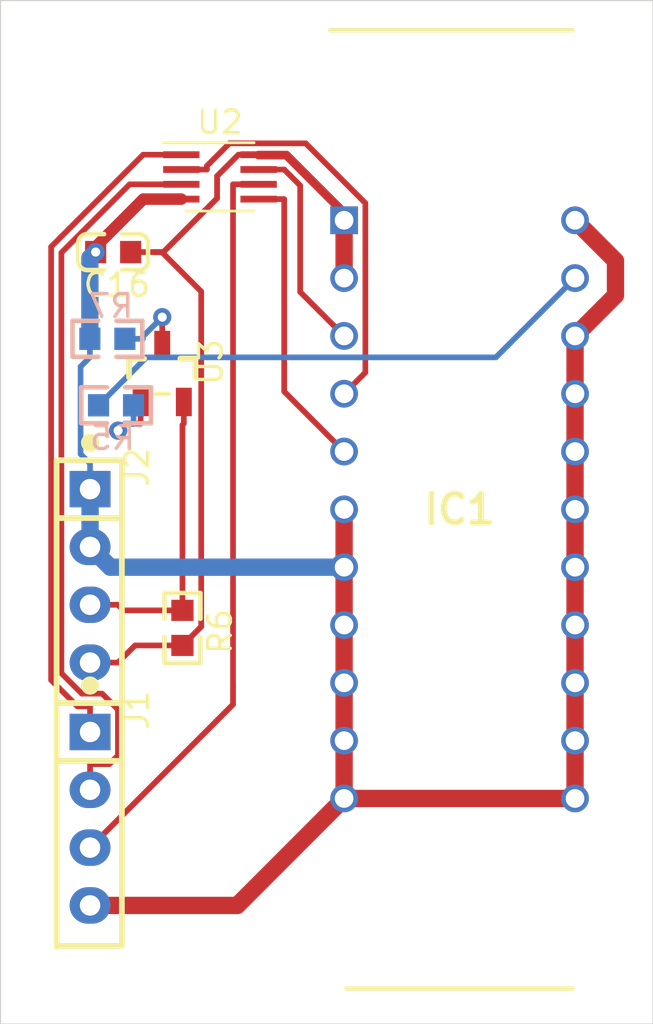
<source format=kicad_pcb>
(kicad_pcb (version 20171130) (host pcbnew "(5.1.8)-1")

  (general
    (thickness 1.6)
    (drawings 4)
    (tracks 110)
    (zones 0)
    (modules 9)
    (nets 13)
  )

  (page A4)
  (layers
    (0 F.Cu signal)
    (31 B.Cu signal)
    (32 B.Adhes user)
    (33 F.Adhes user)
    (34 B.Paste user)
    (35 F.Paste user)
    (36 B.SilkS user)
    (37 F.SilkS user)
    (38 B.Mask user)
    (39 F.Mask user)
    (40 Dwgs.User user)
    (41 Cmts.User user)
    (42 Eco1.User user)
    (43 Eco2.User user)
    (44 Edge.Cuts user)
    (45 Margin user)
    (46 B.CrtYd user)
    (47 F.CrtYd user)
    (48 B.Fab user hide)
    (49 F.Fab user hide)
  )

  (setup
    (last_trace_width 0.254)
    (user_trace_width 0.254)
    (user_trace_width 0.381)
    (user_trace_width 0.508)
    (user_trace_width 0.635)
    (user_trace_width 0.762)
    (trace_clearance 0.2)
    (zone_clearance 0.508)
    (zone_45_only no)
    (trace_min 0.2)
    (via_size 0.8)
    (via_drill 0.4)
    (via_min_size 0.4)
    (via_min_drill 0.3)
    (user_via 0.5 0.3)
    (uvia_size 0.3)
    (uvia_drill 0.1)
    (uvias_allowed no)
    (uvia_min_size 0.2)
    (uvia_min_drill 0.1)
    (edge_width 0.05)
    (segment_width 0.2)
    (pcb_text_width 0.3)
    (pcb_text_size 1.5 1.5)
    (mod_edge_width 0.12)
    (mod_text_size 1 1)
    (mod_text_width 0.15)
    (pad_size 1.524 1.524)
    (pad_drill 0.762)
    (pad_to_mask_clearance 0)
    (aux_axis_origin 0 0)
    (visible_elements FFFFFF7F)
    (pcbplotparams
      (layerselection 0x010fc_ffffffff)
      (usegerberextensions false)
      (usegerberattributes true)
      (usegerberadvancedattributes true)
      (creategerberjobfile true)
      (excludeedgelayer true)
      (linewidth 0.100000)
      (plotframeref false)
      (viasonmask true)
      (mode 1)
      (useauxorigin false)
      (hpglpennumber 1)
      (hpglpenspeed 20)
      (hpglpendiameter 15.000000)
      (psnegative false)
      (psa4output false)
      (plotreference true)
      (plotvalue true)
      (plotinvisibletext false)
      (padsonsilk false)
      (subtractmaskfromsilk false)
      (outputformat 1)
      (mirror false)
      (drillshape 0)
      (scaleselection 1)
      (outputdirectory "garber/"))
  )

  (net 0 "")
  (net 1 GND)
  (net 2 "Net-(IC1-Pad3)")
  (net 3 "Net-(IC1-Pad4)")
  (net 4 "Net-(IC1-Pad5)")
  (net 5 "Net-(IC1-Pad21)")
  (net 6 "Net-(R5-Pad2)")
  (net 7 /ADC_in)
  (net 8 "Net-(R7-Pad1)")
  (net 9 /M)
  (net 10 /SH)
  (net 11 /ICG)
  (net 12 /3v3)

  (net_class Default "This is the default net class."
    (clearance 0.2)
    (trace_width 0.25)
    (via_dia 0.8)
    (via_drill 0.4)
    (uvia_dia 0.3)
    (uvia_drill 0.1)
    (add_net /3v3)
    (add_net /ADC_in)
    (add_net /ICG)
    (add_net /M)
    (add_net /SH)
    (add_net GND)
    (add_net "Net-(IC1-Pad21)")
    (add_net "Net-(IC1-Pad3)")
    (add_net "Net-(IC1-Pad4)")
    (add_net "Net-(IC1-Pad5)")
    (add_net "Net-(R5-Pad2)")
    (add_net "Net-(R7-Pad1)")
  )

  (module ricardo:con_4 (layer F.Cu) (tedit 60AA564A) (tstamp 60AA6413)
    (at 113.538 111.125 270)
    (path /60B0EC8E)
    (fp_text reference J2 (at -9.853619 -2.076276 90) (layer F.SilkS)
      (effects (font (size 1 1) (thickness 0.15)))
    )
    (fp_text value Conn_01x04_Female (at -7.786686 4.025724 90) (layer F.Fab)
      (effects (font (size 1 1) (thickness 0.15)))
    )
    (fp_line (start -11.18 1.45) (end -11.18 -1.45) (layer F.CrtYd) (width 0.05))
    (fp_line (start 0.508 1.45) (end -11.18 1.45) (layer F.CrtYd) (width 0.05))
    (fp_line (start 0.508 -1.45) (end 0.508 1.45) (layer F.CrtYd) (width 0.05))
    (fp_line (start -11.18 -1.45) (end 0.508 -1.45) (layer F.CrtYd) (width 0.05))
    (fp_line (start -10.16 1.4) (end -10.16 -1.4) (layer F.SilkS) (width 0.254))
    (fp_line (start 0.508 1.4732) (end 0.508 -1.3268) (layer F.SilkS) (width 0.254))
    (fp_line (start -10.16 -1.4) (end 0.508 -1.4) (layer F.SilkS) (width 0.254))
    (fp_line (start -10.16 1.4732) (end 0.5588 1.4732) (layer F.SilkS) (width 0.254))
    (fp_line (start -7.62 1.4) (end -7.62 -1.4) (layer F.SilkS) (width 0.254))
    (fp_circle (center -10.93 0) (end -10.73 0) (layer F.SilkS) (width 0.4))
    (pad 1 thru_hole rect (at -8.89 0 270) (size 1.6 1.8) (drill 0.9) (layers *.Cu *.Mask)
      (net 1 GND))
    (pad 2 thru_hole oval (at -6.35 0 270) (size 1.6 1.8) (drill 0.9) (layers *.Cu *.Mask)
      (net 1 GND))
    (pad 3 thru_hole oval (at -3.81 0 270) (size 1.6 1.8) (drill 0.9) (layers *.Cu *.Mask)
      (net 7 /ADC_in))
    (pad 4 thru_hole oval (at -1.27 0 270) (size 1.6 1.8) (drill 0.9) (layers *.Cu *.Mask)
      (net 12 /3v3))
  )

  (module "lc_lib:SOT-23(SOT-23-3)" (layer F.Cu) (tedit 58AA841A) (tstamp 60AA615F)
    (at 116.713 97.155 270)
    (path /60D99307)
    (fp_text reference U3 (at -0.500219 -2.136276 90) (layer F.SilkS)
      (effects (font (size 1 1) (thickness 0.15)))
    )
    (fp_text value 2SA1015_SMD (at 2.747819 4.085724 90) (layer F.Fab)
      (effects (font (size 1 1) (thickness 0.15)))
    )
    (fp_line (start 0.65 1.46) (end 0.65 -1.46) (layer F.Fab) (width 0.1))
    (fp_line (start -0.65 1.46) (end -0.65 -1.46) (layer F.Fab) (width 0.1))
    (fp_line (start -0.65 1.46) (end 0.65 1.46) (layer F.Fab) (width 0.1))
    (fp_line (start -0.65 -1.46) (end 0.65 -1.46) (layer F.Fab) (width 0.1))
    (fp_line (start -0.65 -1.46) (end 0.65 -1.46) (layer F.Fab) (width 0.1))
    (fp_line (start -0.65 1.46) (end 0.65 1.46) (layer F.Fab) (width 0.1))
    (fp_line (start -0.65 1.46) (end -0.65 -1.46) (layer F.Fab) (width 0.1))
    (fp_line (start 0.65 1.46) (end 0.65 -1.46) (layer F.Fab) (width 0.1))
    (fp_line (start -0.65 -1.46) (end 0.65 -1.46) (layer F.Fab) (width 0.1))
    (fp_line (start -0.65 1.46) (end 0.65 1.46) (layer F.Fab) (width 0.1))
    (fp_line (start -0.65 1.46) (end -0.65 -1.46) (layer F.Fab) (width 0.1))
    (fp_line (start 0.65 1.46) (end 0.65 -1.46) (layer F.Fab) (width 0.1))
    (fp_line (start -0.65 -0.8) (end -0.65 -1.46) (layer F.SilkS) (width 0.254))
    (fp_line (start -0.65 -0.8) (end -0.65 -1.46) (layer F.SilkS) (width 0.254))
    (fp_line (start -0.65 -0.8) (end -0.65 -1.46) (layer F.SilkS) (width 0.254))
    (fp_line (start -0.65 -1.46) (end 0.165 -1.46) (layer F.SilkS) (width 0.254))
    (fp_line (start -0.65 1.46) (end 0.165 1.46) (layer F.SilkS) (width 0.254))
    (fp_line (start -0.65 1.46) (end -0.65 0.8) (layer F.SilkS) (width 0.254))
    (fp_line (start 0.9 0.3) (end 0.9 -0.3) (layer F.SilkS) (width 0.2))
    (fp_line (start -1.925 -1.51) (end 1.925 -1.51) (layer F.CrtYd) (width 0.05))
    (fp_line (start 1.925 -1.51) (end 1.925 1.51) (layer F.CrtYd) (width 0.05))
    (fp_line (start 1.925 1.51) (end -1.925 1.51) (layer F.CrtYd) (width 0.05))
    (fp_line (start -1.925 1.51) (end -1.925 -1.51) (layer F.CrtYd) (width 0.05))
    (pad 3 smd rect (at -1.25 0 180) (size 0.7 1.25) (layers F.Cu F.Paste F.Mask)
      (net 8 "Net-(R7-Pad1)"))
    (pad 2 smd rect (at 1.25 -0.95 180) (size 0.7 1.25) (layers F.Cu F.Paste F.Mask)
      (net 7 /ADC_in))
    (pad 1 smd rect (at 1.25 0.95 180) (size 0.7 1.25) (layers F.Cu F.Paste F.Mask)
      (net 6 "Net-(R5-Pad2)"))
    (model ${KISYS3DMOD}/Package_TO_SOT_SMD.3dshapes/SOT-23.step
      (at (xyz 0 0 0))
      (scale (xyz 1 1 1))
      (rotate (xyz 0 0 180))
    )
  )

  (module Package_SO:SSOP-8_2.95x2.8mm_P0.65mm (layer F.Cu) (tedit 5A02F25C) (tstamp 60AA6141)
    (at 119.253 88.519)
    (descr "SSOP-8 2.9 x2.8mm Pitch 0.65mm")
    (tags "SSOP-8 2.95x2.8mm Pitch 0.65mm")
    (path /6097E246)
    (attr smd)
    (fp_text reference U2 (at 0 -2.4) (layer F.SilkS)
      (effects (font (size 1 1) (thickness 0.15)))
    )
    (fp_text value TC7WH14FU (at 0 2.6) (layer F.Fab)
      (effects (font (size 1 1) (thickness 0.15)))
    )
    (fp_text user %R (at -0.104 -0.023) (layer F.Fab)
      (effects (font (size 0.6 0.6) (thickness 0.15)))
    )
    (fp_line (start -2.75 -1.65) (end 2.75 -1.65) (layer F.CrtYd) (width 0.05))
    (fp_line (start -2.75 1.65) (end -2.75 -1.65) (layer F.CrtYd) (width 0.05))
    (fp_line (start 2.75 1.65) (end -2.75 1.65) (layer F.CrtYd) (width 0.05))
    (fp_line (start 2.75 -1.65) (end 2.75 1.65) (layer F.CrtYd) (width 0.05))
    (fp_line (start 1.5 1.5) (end -1.5 1.5) (layer F.SilkS) (width 0.12))
    (fp_line (start 1.5 -1.5) (end -2.5 -1.5) (layer F.SilkS) (width 0.12))
    (fp_line (start -0.475 -1.4) (end -1.475 -0.7) (layer F.Fab) (width 0.1))
    (fp_line (start -0.475 -1.4) (end 1.475 -1.4) (layer F.Fab) (width 0.1))
    (fp_line (start -1.475 1.4) (end -1.475 -0.7) (layer F.Fab) (width 0.1))
    (fp_line (start 1.475 1.4) (end -1.475 1.4) (layer F.Fab) (width 0.1))
    (fp_line (start 1.475 -1.4) (end 1.475 1.4) (layer F.Fab) (width 0.1))
    (pad 8 smd rect (at 1.7 -0.975 270) (size 0.3 1.6) (layers F.Cu F.Paste F.Mask)
      (net 12 /3v3))
    (pad 7 smd rect (at 1.7 -0.325 270) (size 0.3 1.6) (layers F.Cu F.Paste F.Mask)
      (net 2 "Net-(IC1-Pad3)"))
    (pad 6 smd rect (at 1.7 0.325 270) (size 0.3 1.6) (layers F.Cu F.Paste F.Mask)
      (net 9 /M))
    (pad 5 smd rect (at 1.7 0.975 270) (size 0.3 1.6) (layers F.Cu F.Paste F.Mask)
      (net 4 "Net-(IC1-Pad5)"))
    (pad 4 smd rect (at -1.7 0.975 270) (size 0.3 1.6) (layers F.Cu F.Paste F.Mask)
      (net 1 GND))
    (pad 3 smd rect (at -1.7 0.325 270) (size 0.3 1.6) (layers F.Cu F.Paste F.Mask)
      (net 10 /SH))
    (pad 2 smd rect (at -1.7 -0.325 270) (size 0.3 1.6) (layers F.Cu F.Paste F.Mask)
      (net 3 "Net-(IC1-Pad4)"))
    (pad 1 smd rect (at -1.7 -0.975 270) (size 0.3 1.6) (layers F.Cu F.Paste F.Mask)
      (net 11 /ICG))
    (model ${KISYS3DMOD}/Package_SO.3dshapes/SSOP-8_2.95x2.8mm_P0.65mm.wrl
      (at (xyz 0 0 0))
      (scale (xyz 1 1 1))
      (rotate (xyz 0 0 0))
    )
  )

  (module lc_lib:0603_R (layer B.Cu) (tedit 58AA841A) (tstamp 60AA6129)
    (at 114.3 95.631 180)
    (path /60978B81)
    (fp_text reference R7 (at -0.158619 1.439276) (layer B.SilkS)
      (effects (font (size 1 1) (thickness 0.15)) (justify mirror))
    )
    (fp_text value 0603_150Ω__1500_1% (at 0.136657 -3.388724) (layer B.Fab)
      (effects (font (size 1 1) (thickness 0.15)) (justify mirror))
    )
    (fp_line (start 0.4 -0.79) (end 1.535 -0.79) (layer B.SilkS) (width 0.2))
    (fp_line (start -1.535 -0.79) (end -0.4 -0.79) (layer B.SilkS) (width 0.2))
    (fp_line (start 0.4 0.79) (end 1.535 0.79) (layer B.SilkS) (width 0.2))
    (fp_line (start -1.535 -0.79) (end -1.535 0.79) (layer B.SilkS) (width 0.2))
    (fp_line (start 1.535 -0.79) (end 1.535 0.79) (layer B.SilkS) (width 0.2))
    (fp_line (start -1.535 0.79) (end -0.4 0.79) (layer B.SilkS) (width 0.2))
    (fp_line (start -1.585 0.84) (end 1.585 0.84) (layer B.CrtYd) (width 0.05))
    (fp_line (start 1.585 0.84) (end 1.585 -0.84) (layer B.CrtYd) (width 0.05))
    (fp_line (start 1.585 -0.84) (end -1.585 -0.84) (layer B.CrtYd) (width 0.05))
    (fp_line (start -1.585 -0.84) (end -1.585 0.84) (layer B.CrtYd) (width 0.05))
    (pad 2 smd rect (at 0.77 0 180) (size 0.93 0.98) (layers B.Cu B.Paste B.Mask)
      (net 1 GND))
    (pad 1 smd rect (at -0.77 0 180) (size 0.93 0.98) (layers B.Cu B.Paste B.Mask)
      (net 8 "Net-(R7-Pad1)"))
    (model ${KISYS3DMOD}/Resistors_SMD.3dshapes/R_0603.step
      (at (xyz 0 0 0))
      (scale (xyz 1 1 1))
      (rotate (xyz 0 0 0))
    )
  )

  (module lc_lib:0603_R (layer F.Cu) (tedit 58AA841A) (tstamp 60AA6119)
    (at 117.602 108.331 90)
    (path /609E81D9)
    (fp_text reference R6 (at -0.158619 1.651 90) (layer F.SilkS)
      (effects (font (size 1 1) (thickness 0.15)))
    )
    (fp_text value 0603_2.2KΩ__2201_1% (at 0.136657 3.388724 90) (layer F.Fab)
      (effects (font (size 1 1) (thickness 0.15)))
    )
    (fp_line (start 0.4 0.79) (end 1.535 0.79) (layer F.SilkS) (width 0.2))
    (fp_line (start -1.535 0.79) (end -0.4 0.79) (layer F.SilkS) (width 0.2))
    (fp_line (start 0.4 -0.79) (end 1.535 -0.79) (layer F.SilkS) (width 0.2))
    (fp_line (start -1.535 0.79) (end -1.535 -0.79) (layer F.SilkS) (width 0.2))
    (fp_line (start 1.535 0.79) (end 1.535 -0.79) (layer F.SilkS) (width 0.2))
    (fp_line (start -1.535 -0.79) (end -0.4 -0.79) (layer F.SilkS) (width 0.2))
    (fp_line (start -1.585 -0.84) (end 1.585 -0.84) (layer F.CrtYd) (width 0.05))
    (fp_line (start 1.585 -0.84) (end 1.585 0.84) (layer F.CrtYd) (width 0.05))
    (fp_line (start 1.585 0.84) (end -1.585 0.84) (layer F.CrtYd) (width 0.05))
    (fp_line (start -1.585 0.84) (end -1.585 -0.84) (layer F.CrtYd) (width 0.05))
    (pad 2 smd rect (at 0.77 0 90) (size 0.93 0.98) (layers F.Cu F.Paste F.Mask)
      (net 7 /ADC_in))
    (pad 1 smd rect (at -0.77 0 90) (size 0.93 0.98) (layers F.Cu F.Paste F.Mask)
      (net 12 /3v3))
    (model ${KISYS3DMOD}/Resistors_SMD.3dshapes/R_0603.step
      (at (xyz 0 0 0))
      (scale (xyz 1 1 1))
      (rotate (xyz 0 0 0))
    )
  )

  (module lc_lib:0603_R (layer B.Cu) (tedit 58AA841A) (tstamp 60AA6109)
    (at 114.681 98.552)
    (path /60977411)
    (fp_text reference R5 (at -0.158619 1.439276) (layer B.SilkS)
      (effects (font (size 1 1) (thickness 0.15)) (justify mirror))
    )
    (fp_text value 0603_150Ω__1500_1% (at 0.136657 -3.388724) (layer B.Fab)
      (effects (font (size 1 1) (thickness 0.15)) (justify mirror))
    )
    (fp_line (start 0.4 -0.79) (end 1.535 -0.79) (layer B.SilkS) (width 0.2))
    (fp_line (start -1.535 -0.79) (end -0.4 -0.79) (layer B.SilkS) (width 0.2))
    (fp_line (start 0.4 0.79) (end 1.535 0.79) (layer B.SilkS) (width 0.2))
    (fp_line (start -1.535 -0.79) (end -1.535 0.79) (layer B.SilkS) (width 0.2))
    (fp_line (start 1.535 -0.79) (end 1.535 0.79) (layer B.SilkS) (width 0.2))
    (fp_line (start -1.535 0.79) (end -0.4 0.79) (layer B.SilkS) (width 0.2))
    (fp_line (start -1.585 0.84) (end 1.585 0.84) (layer B.CrtYd) (width 0.05))
    (fp_line (start 1.585 0.84) (end 1.585 -0.84) (layer B.CrtYd) (width 0.05))
    (fp_line (start 1.585 -0.84) (end -1.585 -0.84) (layer B.CrtYd) (width 0.05))
    (fp_line (start -1.585 -0.84) (end -1.585 0.84) (layer B.CrtYd) (width 0.05))
    (pad 2 smd rect (at 0.77 0) (size 0.93 0.98) (layers B.Cu B.Paste B.Mask)
      (net 6 "Net-(R5-Pad2)"))
    (pad 1 smd rect (at -0.77 0) (size 0.93 0.98) (layers B.Cu B.Paste B.Mask)
      (net 5 "Net-(IC1-Pad21)"))
    (model ${KISYS3DMOD}/Resistors_SMD.3dshapes/R_0603.step
      (at (xyz 0 0 0))
      (scale (xyz 1 1 1))
      (rotate (xyz 0 0 0))
    )
  )

  (module ricardo:con_4 (layer F.Cu) (tedit 60AA564A) (tstamp 60AA60F9)
    (at 113.538 121.793 270)
    (path /60AC48F9)
    (fp_text reference J1 (at -9.853619 -2.076276 90) (layer F.SilkS)
      (effects (font (size 1 1) (thickness 0.15)))
    )
    (fp_text value Conn_01x04_Female (at -7.786686 4.025724 90) (layer F.Fab)
      (effects (font (size 1 1) (thickness 0.15)))
    )
    (fp_line (start -11.18 1.45) (end -11.18 -1.45) (layer F.CrtYd) (width 0.05))
    (fp_line (start 0.508 1.45) (end -11.18 1.45) (layer F.CrtYd) (width 0.05))
    (fp_line (start 0.508 -1.45) (end 0.508 1.45) (layer F.CrtYd) (width 0.05))
    (fp_line (start -11.18 -1.45) (end 0.508 -1.45) (layer F.CrtYd) (width 0.05))
    (fp_line (start -10.16 1.4) (end -10.16 -1.4) (layer F.SilkS) (width 0.254))
    (fp_line (start 0.508 1.4732) (end 0.508 -1.3268) (layer F.SilkS) (width 0.254))
    (fp_line (start -10.16 -1.4) (end 0.508 -1.4) (layer F.SilkS) (width 0.254))
    (fp_line (start -10.16 1.4732) (end 0.5588 1.4732) (layer F.SilkS) (width 0.254))
    (fp_line (start -7.62 1.4) (end -7.62 -1.4) (layer F.SilkS) (width 0.254))
    (fp_circle (center -10.93 0) (end -10.73 0) (layer F.SilkS) (width 0.4))
    (pad 1 thru_hole rect (at -8.89 0 270) (size 1.6 1.8) (drill 0.9) (layers *.Cu *.Mask)
      (net 11 /ICG))
    (pad 2 thru_hole oval (at -6.35 0 270) (size 1.6 1.8) (drill 0.9) (layers *.Cu *.Mask)
      (net 10 /SH))
    (pad 3 thru_hole oval (at -3.81 0 270) (size 1.6 1.8) (drill 0.9) (layers *.Cu *.Mask)
      (net 9 /M))
    (pad 4 thru_hole oval (at -1.27 0 270) (size 1.6 1.8) (drill 0.9) (layers *.Cu *.Mask)
      (net 1 GND))
  )

  (module ricardo:DIP1016W62P254L4160H372Q22N (layer F.Cu) (tedit 60977F37) (tstamp 60AA60E7)
    (at 129.794 103.124)
    (descr TCD1304DG)
    (tags "Integrated Circuit")
    (path /6096A352)
    (fp_text reference IC1 (at 0 0) (layer F.SilkS)
      (effects (font (size 1.27 1.27) (thickness 0.254)))
    )
    (fp_text value TCD1304DG_8Z,AW_ (at 0 0) (layer F.SilkS) hide
      (effects (font (size 1.27 1.27) (thickness 0.254)))
    )
    (fp_text user %R (at 0 0) (layer F.Fab)
      (effects (font (size 1.27 1.27) (thickness 0.254)))
    )
    (fp_line (start -4.975 21.05) (end 4.975 21.05) (layer F.SilkS) (width 0.2))
    (fp_line (start -5.69 -21.05) (end 4.975 -21.05) (layer F.SilkS) (width 0.2))
    (fp_line (start -4.975 -19.78) (end -3.705 -21.05) (layer F.Fab) (width 0.1))
    (fp_line (start -4.975 21.05) (end -4.975 -21.05) (layer F.Fab) (width 0.1))
    (fp_line (start 4.975 21.05) (end -4.975 21.05) (layer F.Fab) (width 0.1))
    (fp_line (start 4.975 -21.05) (end 4.975 21.05) (layer F.Fab) (width 0.1))
    (fp_line (start -4.975 -21.05) (end 4.975 -21.05) (layer F.Fab) (width 0.1))
    (fp_line (start -6.19 21.3) (end -6.19 -21.3) (layer F.CrtYd) (width 0.05))
    (fp_line (start 6.19 21.3) (end -6.19 21.3) (layer F.CrtYd) (width 0.05))
    (fp_line (start 6.19 -21.3) (end 6.19 21.3) (layer F.CrtYd) (width 0.05))
    (fp_line (start -6.19 -21.3) (end 6.19 -21.3) (layer F.CrtYd) (width 0.05))
    (pad 1 thru_hole rect (at -5.08 -12.7) (size 1.22 1.22) (drill 0.82) (layers *.Cu *.Mask)
      (net 12 /3v3))
    (pad 2 thru_hole circle (at -5.08 -10.16) (size 1.22 1.22) (drill 0.82) (layers *.Cu *.Mask)
      (net 12 /3v3))
    (pad 3 thru_hole circle (at -5.08 -7.62) (size 1.22 1.22) (drill 0.82) (layers *.Cu *.Mask)
      (net 2 "Net-(IC1-Pad3)"))
    (pad 4 thru_hole circle (at -5.08 -5.08) (size 1.22 1.22) (drill 0.82) (layers *.Cu *.Mask)
      (net 3 "Net-(IC1-Pad4)"))
    (pad 5 thru_hole circle (at -5.08 -2.54) (size 1.22 1.22) (drill 0.82) (layers *.Cu *.Mask)
      (net 4 "Net-(IC1-Pad5)"))
    (pad 6 thru_hole circle (at -5.08 0) (size 1.22 1.22) (drill 0.82) (layers *.Cu *.Mask)
      (net 1 GND))
    (pad 7 thru_hole circle (at -5.08 2.54) (size 1.22 1.22) (drill 0.82) (layers *.Cu *.Mask)
      (net 1 GND))
    (pad 8 thru_hole circle (at -5.08 5.08) (size 1.22 1.22) (drill 0.82) (layers *.Cu *.Mask)
      (net 1 GND))
    (pad 9 thru_hole circle (at -5.08 7.62) (size 1.22 1.22) (drill 0.82) (layers *.Cu *.Mask)
      (net 1 GND))
    (pad 10 thru_hole circle (at -5.08 10.16) (size 1.22 1.22) (drill 0.82) (layers *.Cu *.Mask)
      (net 1 GND))
    (pad 11 thru_hole circle (at -5.08 12.7) (size 1.22 1.22) (drill 0.82) (layers *.Cu *.Mask)
      (net 1 GND))
    (pad 12 thru_hole circle (at 5.08 12.7) (size 1.22 1.22) (drill 0.82) (layers *.Cu *.Mask)
      (net 1 GND))
    (pad 13 thru_hole circle (at 5.08 10.16) (size 1.22 1.22) (drill 0.82) (layers *.Cu *.Mask)
      (net 1 GND))
    (pad 14 thru_hole circle (at 5.08 7.62) (size 1.22 1.22) (drill 0.82) (layers *.Cu *.Mask)
      (net 1 GND))
    (pad 15 thru_hole circle (at 5.08 5.08) (size 1.22 1.22) (drill 0.82) (layers *.Cu *.Mask)
      (net 1 GND))
    (pad 16 thru_hole circle (at 5.08 2.54) (size 1.22 1.22) (drill 0.82) (layers *.Cu *.Mask)
      (net 1 GND))
    (pad 17 thru_hole circle (at 5.08 0) (size 1.22 1.22) (drill 0.82) (layers *.Cu *.Mask)
      (net 1 GND))
    (pad 18 thru_hole circle (at 5.08 -2.54) (size 1.22 1.22) (drill 0.82) (layers *.Cu *.Mask)
      (net 1 GND))
    (pad 19 thru_hole circle (at 5.08 -5.08) (size 1.22 1.22) (drill 0.82) (layers *.Cu *.Mask)
      (net 1 GND))
    (pad 20 thru_hole circle (at 5.08 -7.62) (size 1.22 1.22) (drill 0.82) (layers *.Cu *.Mask)
      (net 1 GND))
    (pad 21 thru_hole circle (at 5.08 -10.16) (size 1.22 1.22) (drill 0.82) (layers *.Cu *.Mask)
      (net 5 "Net-(IC1-Pad21)"))
    (pad 22 thru_hole circle (at 5.08 -12.7) (size 1.22 1.22) (drill 0.82) (layers *.Cu *.Mask)
      (net 1 GND))
    (model TCD1304DG_8Z,AW_.stp
      (at (xyz 0 0 0))
      (scale (xyz 1 1 1))
      (rotate (xyz 0 0 0))
    )
    (model F:/PCB/lib/Kicad_lib/Download/TCD1304DG_8Z,AW_/3D/TCD1304DG_8Z,AW_.stp
      (at (xyz 0 0 0))
      (scale (xyz 1 1 1))
      (rotate (xyz 0 0 0))
    )
  )

  (module lc_lib:0603_C (layer F.Cu) (tedit 58AA841A) (tstamp 60AA60C1)
    (at 114.554 91.821 180)
    (path /60973EDB)
    (fp_text reference C16 (at -0.158619 -1.439276) (layer F.SilkS)
      (effects (font (size 1 1) (thickness 0.15)))
    )
    (fp_text value 0603_100nF__104_10%_50V (at 0.136657 3.388724) (layer F.Fab)
      (effects (font (size 1 1) (thickness 0.15)))
    )
    (fp_arc (start 1.135 -0.39) (end 1.535 -0.39) (angle -90) (layer F.SilkS) (width 0.2))
    (fp_arc (start 1.135 0.39) (end 1.135 0.79) (angle -90) (layer F.SilkS) (width 0.2))
    (fp_arc (start -1.135 0.39) (end -1.535 0.39) (angle -90) (layer F.SilkS) (width 0.2))
    (fp_arc (start -1.135 -0.39) (end -1.135 -0.79) (angle -90) (layer F.SilkS) (width 0.2))
    (fp_line (start -1.135 0.79) (end -0.4 0.79) (layer F.SilkS) (width 0.2))
    (fp_line (start 0.4 0.79) (end 1.135 0.79) (layer F.SilkS) (width 0.2))
    (fp_line (start 0.4 -0.79) (end 1.135 -0.79) (layer F.SilkS) (width 0.2))
    (fp_line (start -1.535 0.39) (end -1.535 -0.39) (layer F.SilkS) (width 0.2))
    (fp_line (start 1.535 0.39) (end 1.535 -0.39) (layer F.SilkS) (width 0.2))
    (fp_line (start -1.135 -0.79) (end -0.4 -0.79) (layer F.SilkS) (width 0.2))
    (fp_line (start -1.585 -0.84) (end 1.585 -0.84) (layer F.CrtYd) (width 0.05))
    (fp_line (start 1.585 -0.84) (end 1.585 0.84) (layer F.CrtYd) (width 0.05))
    (fp_line (start 1.585 0.84) (end -1.585 0.84) (layer F.CrtYd) (width 0.05))
    (fp_line (start -1.585 0.84) (end -1.585 -0.84) (layer F.CrtYd) (width 0.05))
    (pad 2 smd rect (at 0.77 0 180) (size 0.93 0.98) (layers F.Cu F.Paste F.Mask)
      (net 1 GND))
    (pad 1 smd rect (at -0.77 0 180) (size 0.93 0.98) (layers F.Cu F.Paste F.Mask)
      (net 12 /3v3))
    (model ${KISYS3DMOD}/Capacitors_SMD.3dshapes/C_0603.step
      (at (xyz 0 0 0))
      (scale (xyz 1 1 1))
      (rotate (xyz 0 0 0))
    )
  )

  (gr_line (start 109.601 125.73) (end 109.601 80.772) (layer Edge.Cuts) (width 0.05) (tstamp 60AA708E))
  (gr_line (start 138.303 125.73) (end 109.601 125.73) (layer Edge.Cuts) (width 0.05))
  (gr_line (start 138.303 80.772) (end 138.303 125.73) (layer Edge.Cuts) (width 0.05))
  (gr_line (start 109.601 80.772) (end 138.303 80.772) (layer Edge.Cuts) (width 0.05))

  (segment (start 134.874 95.504) (end 134.874 95.377) (width 0.762) (layer F.Cu) (net 1))
  (segment (start 113.53 95.631) (end 113.53 96.4463) (width 0.25) (layer B.Cu) (net 1))
  (segment (start 113.538 102.235) (end 113.538 101.1097) (width 0.25) (layer B.Cu) (net 1))
  (segment (start 113.538 101.1097) (end 113.1206 100.6923) (width 0.25) (layer B.Cu) (net 1))
  (segment (start 113.1206 100.6923) (end 113.1206 96.8557) (width 0.25) (layer B.Cu) (net 1))
  (segment (start 113.1206 96.8557) (end 113.53 96.4463) (width 0.25) (layer B.Cu) (net 1))
  (segment (start 124.714 105.664) (end 124.4777 105.9003) (width 0.25) (layer B.Cu) (net 1))
  (segment (start 134.874 113.284) (end 134.874 110.744) (width 0.762) (layer F.Cu) (net 1))
  (segment (start 134.874 115.824) (end 134.874 113.284) (width 0.762) (layer F.Cu) (net 1))
  (segment (start 134.874 110.744) (end 134.874 108.204) (width 0.762) (layer F.Cu) (net 1))
  (segment (start 134.874 108.204) (end 134.874 105.664) (width 0.762) (layer F.Cu) (net 1))
  (segment (start 134.874 105.664) (end 134.874 103.124) (width 0.762) (layer F.Cu) (net 1))
  (segment (start 134.874 103.124) (end 134.874 100.584) (width 0.762) (layer F.Cu) (net 1))
  (segment (start 134.874 100.584) (end 134.874 98.044) (width 0.762) (layer F.Cu) (net 1))
  (segment (start 124.714 105.664) (end 124.714 108.204) (width 0.762) (layer F.Cu) (net 1))
  (segment (start 124.714 103.124) (end 124.714 105.664) (width 0.762) (layer F.Cu) (net 1))
  (segment (start 124.714 108.204) (end 124.714 110.744) (width 0.762) (layer F.Cu) (net 1))
  (segment (start 134.874 98.044) (end 134.874 95.504) (width 0.762) (layer F.Cu) (net 1))
  (segment (start 124.714 110.744) (end 124.714 113.284) (width 0.762) (layer F.Cu) (net 1))
  (segment (start 124.714 113.284) (end 124.714 115.824) (width 0.762) (layer F.Cu) (net 1))
  (segment (start 124.714 115.824) (end 134.874 115.824) (width 0.762) (layer F.Cu) (net 1))
  (segment (start 136.652 93.726) (end 134.874 95.504) (width 0.762) (layer F.Cu) (net 1))
  (segment (start 136.652 92.202) (end 136.652 93.726) (width 0.762) (layer F.Cu) (net 1))
  (segment (start 134.874 90.424) (end 136.652 92.202) (width 0.762) (layer F.Cu) (net 1))
  (segment (start 120.015 120.523) (end 124.714 115.824) (width 0.762) (layer F.Cu) (net 1))
  (segment (start 113.538 120.523) (end 120.015 120.523) (width 0.762) (layer F.Cu) (net 1))
  (segment (start 114.427 105.664) (end 113.538 104.775) (width 0.762) (layer B.Cu) (net 1))
  (segment (start 124.714 105.664) (end 114.427 105.664) (width 0.762) (layer B.Cu) (net 1))
  (segment (start 113.538 104.775) (end 113.538 102.235) (width 0.762) (layer B.Cu) (net 1))
  (via (at 113.784 91.821) (size 0.8) (drill 0.4) (layers F.Cu B.Cu) (net 1))
  (segment (start 113.53 92.075) (end 113.784 91.821) (width 0.762) (layer B.Cu) (net 1))
  (segment (start 113.53 95.631) (end 113.53 92.075) (width 0.762) (layer B.Cu) (net 1))
  (segment (start 115.878798 89.494) (end 117.553 89.494) (width 0.508) (layer F.Cu) (net 1))
  (segment (start 113.784 91.588798) (end 115.878798 89.494) (width 0.508) (layer F.Cu) (net 1))
  (segment (start 113.784 91.821) (end 113.784 91.588798) (width 0.508) (layer F.Cu) (net 1))
  (segment (start 120.953 88.194) (end 122.0783 88.194) (width 0.25) (layer F.Cu) (net 2))
  (segment (start 124.714 95.504) (end 122.7812 93.5712) (width 0.25) (layer F.Cu) (net 2))
  (segment (start 122.7812 93.5712) (end 122.7812 88.8969) (width 0.25) (layer F.Cu) (net 2))
  (segment (start 122.7812 88.8969) (end 122.0783 88.194) (width 0.25) (layer F.Cu) (net 2))
  (segment (start 117.553 88.194) (end 118.6783 88.194) (width 0.25) (layer F.Cu) (net 3))
  (segment (start 124.714 98.044) (end 125.6494 97.1086) (width 0.25) (layer F.Cu) (net 3))
  (segment (start 125.6494 97.1086) (end 125.6494 89.669) (width 0.25) (layer F.Cu) (net 3))
  (segment (start 125.6494 89.669) (end 123.0242 87.0438) (width 0.25) (layer F.Cu) (net 3))
  (segment (start 123.0242 87.0438) (end 119.6696 87.0438) (width 0.25) (layer F.Cu) (net 3))
  (segment (start 119.6696 87.0438) (end 118.6783 88.0351) (width 0.25) (layer F.Cu) (net 3))
  (segment (start 118.6783 88.0351) (end 118.6783 88.194) (width 0.25) (layer F.Cu) (net 3))
  (segment (start 120.953 89.494) (end 122.0783 89.494) (width 0.25) (layer F.Cu) (net 4))
  (segment (start 124.714 100.584) (end 122.0783 97.9483) (width 0.25) (layer F.Cu) (net 4))
  (segment (start 122.0783 97.9483) (end 122.0783 89.494) (width 0.25) (layer F.Cu) (net 4))
  (segment (start 134.874 92.964) (end 131.3916 96.4464) (width 0.25) (layer B.Cu) (net 5))
  (segment (start 131.3916 96.4464) (end 116.0166 96.4464) (width 0.25) (layer B.Cu) (net 5))
  (segment (start 116.0166 96.4464) (end 113.911 98.552) (width 0.25) (layer B.Cu) (net 5))
  (segment (start 115.451 98.552) (end 115.451 99.3673) (width 0.25) (layer B.Cu) (net 6))
  (segment (start 114.7708 99.6642) (end 115.0797 99.3553) (width 0.25) (layer F.Cu) (net 6))
  (segment (start 115.0797 99.3553) (end 115.763 99.3553) (width 0.25) (layer F.Cu) (net 6))
  (segment (start 115.451 99.3673) (end 115.0677 99.3673) (width 0.25) (layer B.Cu) (net 6))
  (segment (start 115.0677 99.3673) (end 114.7708 99.6642) (width 0.25) (layer B.Cu) (net 6))
  (segment (start 115.763 98.405) (end 115.763 99.3553) (width 0.25) (layer F.Cu) (net 6))
  (via (at 114.7708 99.6642) (size 0.8) (layers F.Cu B.Cu) (net 6))
  (segment (start 117.663 98.405) (end 117.663 99.3553) (width 0.25) (layer F.Cu) (net 7))
  (segment (start 117.663 99.3553) (end 117.602 99.4163) (width 0.25) (layer F.Cu) (net 7))
  (segment (start 117.602 99.4163) (end 117.602 107.561) (width 0.25) (layer F.Cu) (net 7))
  (segment (start 113.538 107.315) (end 114.7633 107.315) (width 0.25) (layer F.Cu) (net 7))
  (segment (start 117.602 107.561) (end 115.0093 107.561) (width 0.25) (layer F.Cu) (net 7))
  (segment (start 115.0093 107.561) (end 114.7633 107.315) (width 0.25) (layer F.Cu) (net 7))
  (segment (start 115.07 95.631) (end 115.8603 95.631) (width 0.25) (layer B.Cu) (net 8))
  (segment (start 116.713 94.6797) (end 116.713 95.905) (width 0.25) (layer F.Cu) (net 8))
  (segment (start 115.8603 95.631) (end 115.8603 95.5324) (width 0.25) (layer B.Cu) (net 8))
  (segment (start 115.8603 95.5324) (end 116.713 94.6797) (width 0.25) (layer B.Cu) (net 8))
  (via (at 116.713 94.6797) (size 0.8) (layers F.Cu B.Cu) (net 8))
  (segment (start 120.953 88.844) (end 119.8277 88.844) (width 0.25) (layer F.Cu) (net 9))
  (segment (start 119.8277 88.844) (end 119.8277 110.8493) (width 0.25) (layer F.Cu) (net 9))
  (segment (start 119.8277 111.6933) (end 113.538 117.983) (width 0.254) (layer F.Cu) (net 9))
  (segment (start 119.8277 110.8493) (end 119.8277 111.6933) (width 0.254) (layer F.Cu) (net 9))
  (segment (start 113.538 115.443) (end 113.538 114.3177) (width 0.25) (layer F.Cu) (net 10))
  (segment (start 117.553 88.844) (end 115.2806 88.844) (width 0.25) (layer F.Cu) (net 10))
  (segment (start 115.2806 88.844) (end 112.2764 91.8482) (width 0.25) (layer F.Cu) (net 10))
  (segment (start 112.2764 91.8482) (end 112.2764 110.3212) (width 0.25) (layer F.Cu) (net 10))
  (segment (start 112.2764 110.3212) (end 113.175 111.2198) (width 0.25) (layer F.Cu) (net 10))
  (segment (start 113.175 111.2198) (end 114.0685 111.2198) (width 0.25) (layer F.Cu) (net 10))
  (segment (start 114.0685 111.2198) (end 114.7634 111.9147) (width 0.25) (layer F.Cu) (net 10))
  (segment (start 114.7634 111.9147) (end 114.7634 113.9363) (width 0.25) (layer F.Cu) (net 10))
  (segment (start 114.7634 113.9363) (end 114.382 114.3177) (width 0.25) (layer F.Cu) (net 10))
  (segment (start 114.382 114.3177) (end 113.538 114.3177) (width 0.25) (layer F.Cu) (net 10))
  (segment (start 116.4277 87.544) (end 115.8704 87.544) (width 0.25) (layer F.Cu) (net 11))
  (segment (start 115.8704 87.544) (end 111.826 91.5884) (width 0.25) (layer F.Cu) (net 11))
  (segment (start 111.826 91.5884) (end 111.826 110.623) (width 0.25) (layer F.Cu) (net 11))
  (segment (start 111.826 110.623) (end 112.9807 111.7777) (width 0.25) (layer F.Cu) (net 11))
  (segment (start 112.9807 111.7777) (end 113.538 111.7777) (width 0.25) (layer F.Cu) (net 11))
  (segment (start 113.538 112.903) (end 113.538 111.7777) (width 0.25) (layer F.Cu) (net 11))
  (segment (start 117.553 87.544) (end 116.4277 87.544) (width 0.25) (layer F.Cu) (net 11))
  (segment (start 117.602 109.101) (end 118.4278 108.2752) (width 0.25) (layer F.Cu) (net 12))
  (segment (start 118.4278 108.2752) (end 118.4278 93.5531) (width 0.25) (layer F.Cu) (net 12))
  (segment (start 118.4278 93.5531) (end 116.6957 91.821) (width 0.25) (layer F.Cu) (net 12))
  (segment (start 114.7633 109.855) (end 115.5173 109.101) (width 0.25) (layer F.Cu) (net 12))
  (segment (start 115.5173 109.101) (end 117.602 109.101) (width 0.25) (layer F.Cu) (net 12))
  (segment (start 120.953 87.544) (end 122.0783 87.544) (width 0.25) (layer F.Cu) (net 12))
  (segment (start 120.3904 87.544) (end 120.953 87.544) (width 0.25) (layer F.Cu) (net 12))
  (segment (start 113.538 109.855) (end 114.7633 109.855) (width 0.25) (layer F.Cu) (net 12))
  (segment (start 124.714 90.424) (end 124.714 92.964) (width 0.762) (layer F.Cu) (net 12))
  (segment (start 122.17265 87.55931) (end 120.953 87.55931) (width 0.381) (layer F.Cu) (net 12))
  (segment (start 124.714 90.10066) (end 122.17265 87.55931) (width 0.381) (layer F.Cu) (net 12))
  (segment (start 124.714 90.424) (end 124.714 90.10066) (width 0.381) (layer F.Cu) (net 12))
  (segment (start 120.064398 87.544) (end 119.126 88.482398) (width 0.254) (layer F.Cu) (net 12))
  (segment (start 120.953 87.544) (end 120.064398 87.544) (width 0.254) (layer F.Cu) (net 12))
  (segment (start 116.764602 91.821) (end 116.332 91.821) (width 0.254) (layer F.Cu) (net 12))
  (segment (start 119.126 89.459602) (end 116.764602 91.821) (width 0.254) (layer F.Cu) (net 12))
  (segment (start 119.126 88.482398) (end 119.126 89.459602) (width 0.254) (layer F.Cu) (net 12))
  (segment (start 116.332 91.821) (end 115.324 91.821) (width 0.25) (layer F.Cu) (net 12))
  (segment (start 116.6957 91.821) (end 116.332 91.821) (width 0.25) (layer F.Cu) (net 12))

)

</source>
